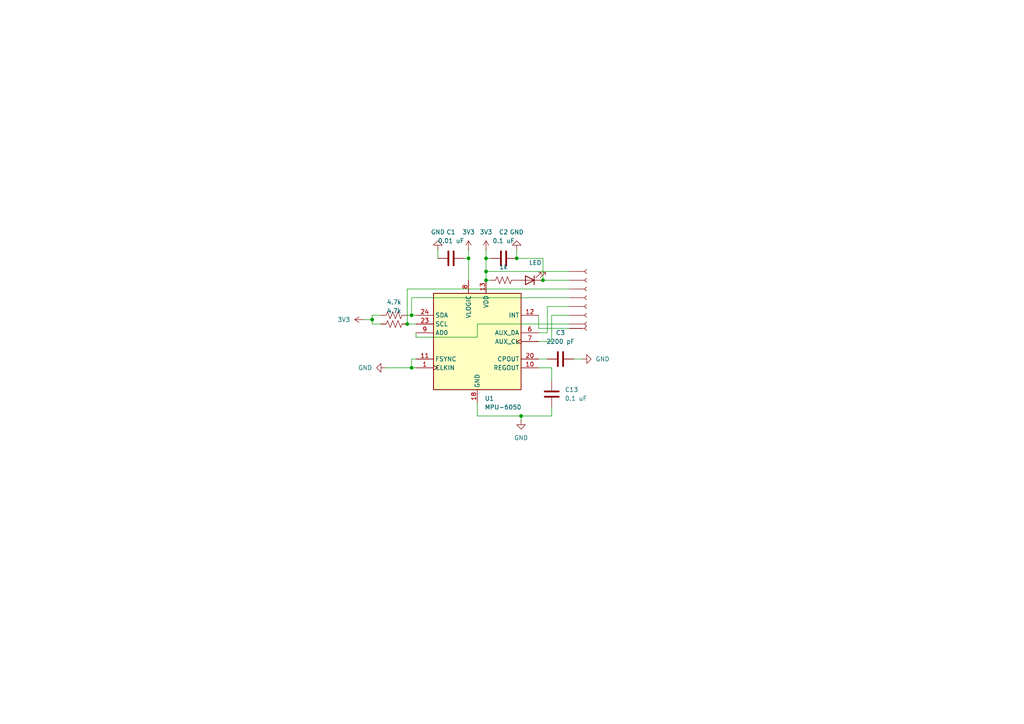
<source format=kicad_sch>
(kicad_sch (version 20250114) (generator "eeschema") (generator_version "9.0")
  (paper "A4")
  (lib_symbols
    (symbol "Conn_01x01_Socket_1" (pin_numbers (hide yes)) (pin_names (offset 1.016) (hide yes))
      (property "Reference" "J" (at 0 2.54 0))
      (property "Value" "Conn_01x01_Socket" (at 0 -2.54 0))
      (symbol "Conn_01x01_Socket_1_1_1"
        (polyline (pts (xy -1.27 0) (xy -0.508 0)) (stroke (width 0.1524)))
        (arc (start 0 -0.508) (mid -0.5058 0) (end 0 0.508) (stroke (width 0.1524)))
        (pin passive line (at -5.08 0 0) (length 3.81) (name "Pin_1") (number "1"))
      )
    )
    (symbol "Device:C" (pin_numbers (hide yes)) (pin_names (offset 0.254))
      (property "Reference" "C" (at 0.635 2.54 0))
      (property "Value" "C" (at 0.635 -2.54 0))
      (symbol "C_0_1"
        (polyline (pts (xy -2.032 0.762) (xy 2.032 0.762)) (stroke (width 0.508)))
        (polyline (pts (xy -2.032 -0.762) (xy 2.032 -0.762)) (stroke (width 0.508)))
      )
      (symbol "C_1_1"
        (pin passive line (at 0 3.81 270) (length 2.794) (name "~") (number "1"))
        (pin passive line (at 0 -3.81 90) (length 2.794) (name "~") (number "2"))
      )
    )
    (symbol "Device:LED" (pin_numbers (hide yes)) (pin_names (offset 1.016) (hide yes))
      (property "Reference" "D" (at 0 2.54 0))
      (property "Value" "LED" (at 0 -2.54 0))
      (symbol "LED_0_1"
        (polyline (pts (xy -3.048 -0.762) (xy -4.572 -2.286) (xy -3.81 -2.286) (xy -4.572 -2.286) (xy -4.572 -1.524)))
        (polyline (pts (xy -1.778 -0.762) (xy -3.302 -2.286) (xy -2.54 -2.286) (xy -3.302 -2.286) (xy -3.302 -1.524)))
        (polyline (pts (xy -1.27 0) (xy 1.27 0)))
        (polyline (pts (xy -1.27 -1.27) (xy -1.27 1.27)) (stroke (width 0.254)))
        (polyline (pts (xy 1.27 -1.27) (xy 1.27 1.27) (xy -1.27 0) (xy 1.27 -1.27)) (stroke (width 0.254)))
      )
      (symbol "LED_1_1"
        (pin passive line (at -3.81 0 0) (length 2.54) (name "K") (number "1"))
        (pin passive line (at 3.81 0 180) (length 2.54) (name "A") (number "2"))
      )
    )
    (symbol "Device:R_US" (pin_numbers (hide yes)) (pin_names (offset 0))
      (property "Reference" "R" (at 2.54 0 90))
      (property "Value" "R_US" (at -2.54 0 90))
      (symbol "R_US_0_1"
        (polyline (pts (xy 0 2.286) (xy 0 2.54)))
        (polyline (pts (xy 0 2.286) (xy 1.016 1.905) (xy 0 1.524) (xy -1.016 1.143) (xy 0 0.762)))
        (polyline (pts (xy 0 0.762) (xy 1.016 0.381) (xy 0 0) (xy -1.016 -0.381) (xy 0 -0.762)))
        (polyline (pts (xy 0 -0.762) (xy 1.016 -1.143) (xy 0 -1.524) (xy -1.016 -1.905) (xy 0 -2.286)))
        (polyline (pts (xy 0 -2.286) (xy 0 -2.54)))
      )
      (symbol "R_US_1_1"
        (pin passive line (at 0 3.81 270) (length 1.27) (name "~") (number "1"))
        (pin passive line (at 0 -3.81 90) (length 1.27) (name "~") (number "2"))
      )
    )
    (symbol "R_US_1" (pin_numbers (hide yes)) (pin_names (offset 0))
      (property "Reference" "R" (at 2.54 0 90))
      (property "Value" "R_US" (at -2.54 0 90))
      (symbol "R_US_1_0_1"
        (polyline (pts (xy 0 2.286) (xy 0 2.54)))
        (polyline (pts (xy 0 2.286) (xy 1.016 1.905) (xy 0 1.524) (xy -1.016 1.143) (xy 0 0.762)))
        (polyline (pts (xy 0 0.762) (xy 1.016 0.381) (xy 0 0) (xy -1.016 -0.381) (xy 0 -0.762)))
        (polyline (pts (xy 0 -0.762) (xy 1.016 -1.143) (xy 0 -1.524) (xy -1.016 -1.905) (xy 0 -2.286)))
        (polyline (pts (xy 0 -2.286) (xy 0 -2.54)))
      )
      (symbol "R_US_1_1_1"
        (pin passive line (at 0 3.81 270) (length 1.27) (name "~") (number "1"))
        (pin passive line (at 0 -3.81 90) (length 1.27) (name "~") (number "2"))
      )
    )
    (symbol "Sensor_Motion:MPU-6050"
      (property "Reference" "U" (at -11.43 13.97 0))
      (property "Value" "MPU-6050" (at 7.62 -15.24 0))
      (symbol "MPU-6050_0_0"
        (text "" (at 12.7 -2.54 0) (effects (font (size 1.27 1.27))))
      )
      (symbol "MPU-6050_0_1"
        (rectangle (start -12.7 13.97) (end 12.7 -13.97) (stroke (width 0.254)) (fill (type background)))
      )
      (symbol "MPU-6050_1_1"
        (pin bidirectional line (at -17.78 7.62 0) (length 5.08) (name "SDA") (number "24"))
        (pin input line (at -17.78 5.08 0) (length 5.08) (name "SCL") (number "23"))
        (pin input line (at -17.78 2.54 0) (length 5.08) (name "AD0") (number "9"))
        (pin input line (at -17.78 -5.08 0) (length 5.08) (name "FSYNC") (number "11"))
        (pin input clock (at -17.78 -7.62 0) (length 5.08) (name "CLKIN") (number "1"))
        (pin no_connect line (at -12.7 12.7 0) (length 2.54) (hide yes) (name "NC") (number "2"))
        (pin no_connect line (at -12.7 10.16 0) (length 2.54) (hide yes) (name "NC") (number "3"))
        (pin no_connect line (at -12.7 0 0) (length 2.54) (hide yes) (name "NC") (number "4"))
        (pin no_connect line (at -12.7 -2.54 0) (length 2.54) (hide yes) (name "NC") (number "5"))
        (pin no_connect line (at -12.7 -10.16 0) (length 2.54) (hide yes) (name "NC") (number "14"))
        (pin power_in line (at -2.54 17.78 270) (length 3.81) (name "VLOGIC") (number "8"))
        (pin power_in line (at 0 -17.78 90) (length 3.81) (name "GND") (number "18"))
        (pin power_in line (at 2.54 17.78 270) (length 3.81) (name "VDD") (number "13"))
        (pin no_connect line (at 12.7 12.7 180) (length 2.54) (hide yes) (name "NC") (number "15"))
        (pin no_connect line (at 12.7 10.16 180) (length 2.54) (hide yes) (name "NC") (number "16"))
        (pin no_connect line (at 12.7 5.08 180) (length 2.54) (hide yes) (name "NC") (number "17"))
        (pin no_connect line (at 12.7 -2.54 180) (length 2.54) (hide yes) (name "RESV") (number "21"))
        (pin no_connect line (at 12.7 -10.16 180) (length 2.54) (hide yes) (name "RESV") (number "19"))
        (pin no_connect line (at 12.7 -12.7 180) (length 2.54) (hide yes) (name "RESV") (number "22"))
        (pin output line (at 17.78 7.62 180) (length 5.08) (name "INT") (number "12"))
        (pin bidirectional line (at 17.78 2.54 180) (length 5.08) (name "AUX_DA") (number "6"))
        (pin output clock (at 17.78 0 180) (length 5.08) (name "AUX_CL") (number "7"))
        (pin passive line (at 17.78 -5.08 180) (length 5.08) (name "CPOUT") (number "20"))
        (pin passive line (at 17.78 -7.62 180) (length 5.08) (name "REGOUT") (number "10"))
      )
    )
    (symbol "power:GND" (power) (pin_numbers (hide yes)) (pin_names (offset 0) (hide yes))
      (property "Value" "GND" (at 0 -3.81 0))
      (symbol "GND_0_1"
        (polyline (pts (xy 0 0) (xy 0 -1.27) (xy 1.27 -1.27) (xy 0 -2.54) (xy -1.27 -1.27) (xy 0 -1.27)))
      )
      (symbol "GND_1_1"
        (pin power_in line (at 0 0 270) (length 0) (name "~") (number "1"))
      )
    )
    (symbol "power:VAA" (power) (pin_numbers (hide yes)) (pin_names (offset 0) (hide yes))
      (property "Value" "VAA" (at 0 3.556 0))
      (symbol "VAA_0_1"
        (polyline (pts (xy -0.762 1.27) (xy 0 2.54)))
        (polyline (pts (xy 0 2.54) (xy 0.762 1.27)))
        (polyline (pts (xy 0 0) (xy 0 2.54)))
      )
      (symbol "VAA_1_1"
        (pin power_in line (at 0 0 90) (length 0) (name "~") (number "1"))
      )
    )
  )
  (junction (at 119.38 106.68))
  (junction (at 140.97 78.74))
  (junction (at 107.95 92.71))
  (junction (at 157.48 81.28))
  (junction (at 119.38 91.44))
  (junction (at 140.97 74.93))
  (junction (at 140.97 81.28))
  (junction (at 149.86 74.93))
  (junction (at 151.13 120.65))
  (junction (at 135.89 74.93))
  (junction (at 118.11 93.98))
  (wire (pts (xy 119.38 106.68) (xy 120.65 106.68)))
  (wire (pts (xy 156.21 95.25) (xy 165.1 95.25)))
  (wire (pts (xy 157.48 81.28) (xy 165.1 81.28)))
  (wire (pts (xy 138.43 116.84) (xy 138.43 120.65)))
  (wire (pts (xy 160.02 91.44) (xy 165.1 91.44)))
  (wire (pts (xy 160.02 118.11) (xy 160.02 120.65)))
  (wire (pts (xy 120.65 104.14) (xy 119.38 104.14)))
  (wire (pts (xy 157.48 74.93) (xy 157.48 81.28)))
  (wire (pts (xy 138.43 97.79) (xy 138.43 93.98)))
  (wire (pts (xy 140.97 78.74) (xy 165.1 78.74)))
  (wire (pts (xy 135.89 72.39) (xy 135.89 74.93)))
  (wire (pts (xy 111.76 106.68) (xy 119.38 106.68)))
  (wire (pts (xy 160.02 120.65) (xy 151.13 120.65)))
  (wire (pts (xy 140.97 74.93) (xy 142.24 74.93)))
  (wire (pts (xy 120.65 97.79) (xy 138.43 97.79)))
  (wire (pts (xy 160.02 110.49) (xy 160.02 106.68)))
  (wire (pts (xy 140.97 81.28) (xy 142.24 81.28)))
  (wire (pts (xy 149.86 72.39) (xy 149.86 74.93)))
  (wire (pts (xy 156.21 104.14) (xy 158.75 104.14)))
  (wire (pts (xy 138.43 120.65) (xy 151.13 120.65)))
  (wire (pts (xy 119.38 91.44) (xy 119.38 86.36)))
  (wire (pts (xy 118.11 91.44) (xy 119.38 91.44)))
  (wire (pts (xy 105.41 92.71) (xy 107.95 92.71)))
  (wire (pts (xy 140.97 78.74) (xy 140.97 81.28)))
  (wire (pts (xy 118.11 83.82) (xy 165.1 83.82)))
  (wire (pts (xy 151.13 121.92) (xy 151.13 120.65)))
  (wire (pts (xy 118.11 93.98) (xy 120.65 93.98)))
  (wire (pts (xy 127 72.39) (xy 127 74.93)))
  (wire (pts (xy 135.89 74.93) (xy 135.89 81.28)))
  (wire (pts (xy 166.37 104.14) (xy 168.91 104.14)))
  (wire (pts (xy 107.95 92.71) (xy 107.95 93.98)))
  (wire (pts (xy 120.65 96.52) (xy 120.65 97.79)))
  (wire (pts (xy 156.21 99.06) (xy 160.02 99.06)))
  (wire (pts (xy 158.75 96.52) (xy 158.75 88.9)))
  (wire (pts (xy 158.75 88.9) (xy 165.1 88.9)))
  (wire (pts (xy 107.95 91.44) (xy 107.95 92.71)))
  (wire (pts (xy 110.49 91.44) (xy 107.95 91.44)))
  (wire (pts (xy 119.38 91.44) (xy 120.65 91.44)))
  (wire (pts (xy 119.38 104.14) (xy 119.38 106.68)))
  (wire (pts (xy 119.38 86.36) (xy 165.1 86.36)))
  (wire (pts (xy 156.21 106.68) (xy 160.02 106.68)))
  (wire (pts (xy 140.97 72.39) (xy 140.97 74.93)))
  (wire (pts (xy 160.02 99.06) (xy 160.02 91.44)))
  (wire (pts (xy 156.21 91.44) (xy 156.21 95.25)))
  (wire (pts (xy 156.21 96.52) (xy 158.75 96.52)))
  (wire (pts (xy 134.62 74.93) (xy 135.89 74.93)))
  (wire (pts (xy 140.97 74.93) (xy 140.97 78.74)))
  (wire (pts (xy 138.43 93.98) (xy 165.1 93.98)))
  (wire (pts (xy 118.11 83.82) (xy 118.11 93.98)))
  (wire (pts (xy 107.95 93.98) (xy 110.49 93.98)))
  (wire (pts (xy 157.48 74.93) (xy 149.86 74.93)))
  (symbol (lib_id "power:VAA") (at 135.89 72.39 0) (unit 1)
    (property "Reference" "#PWR02" (effects (hide yes)))
    (property "Value" "3V3" (at 135.89 67.31 0))
    (property "Description" "Power symbol creates a global label with name \"VAA\"" (effects (hide yes)))
  )
  (symbol (lib_id "Device:C") (at 130.81 74.93 90) (unit 1)
    (property "Reference" "C1" (at 130.81 67.31 90))
    (property "Value" "0.01 uF" (at 130.81 69.85 90))
    (property "Footprint" "Capacitor_SMD:C_0805_2012Metric" (effects (hide yes)))
    (property "Description" "Unpolarized capacitor" (effects (hide yes)))
  )
  (symbol (lib_name "Conn_01x01_Socket_1") (lib_id "Connector:Conn_01x01_Socket") (at 170.18 93.98 0) (unit 1)
    (property "Reference" "J7" (effects (hide yes)))
    (property "Value" "Conn_01x01_Socket" (effects (hide yes)))
    (property "Footprint" "Connector_PinSocket_2.54mm:PinSocket_1x01_P2.54mm_Vertical" (effects (hide yes)))
    (property "Description" "Generic connector, single row, 01x01, script generated" (effects (hide yes)))
  )
  (symbol (lib_id "power:GND") (at 111.76 106.68 270) (unit 1)
    (property "Reference" "#PWR01" (effects (hide yes)))
    (property "Value" "GND" (at 107.95 106.6799 90) (effects (justify right)))
    (property "Description" "Power symbol creates a global label with name \"GND\" , ground" (effects (hide yes)))
  )
  (symbol (lib_id "Sensor_Motion:MPU-6050") (at 138.43 99.06 0) (unit 1)
    (property "Reference" "U1" (at 140.5733 115.57 0) (effects (justify left)))
    (property "Value" "MPU-6050" (at 140.5733 118.11 0) (effects (justify left)))
    (property "Footprint" "Sensor_Motion:InvenSense_QFN-24_4x4mm_P0.5mm" (effects (hide yes)))
    (property "Datasheet" "https://invensense.tdk.com/wp-content/uploads/2015/02/MPU-6000-Datasheet1.pdf" (effects (hide yes)))
    (property "Description" "InvenSense 6-Axis Motion Sensor, Gyroscope, Accelerometer, I2C" (effects (hide yes)))
  )
  (symbol (lib_id "power:GND") (at 151.13 121.92 0) (unit 1)
    (property "Reference" "#PWR04" (effects (hide yes)))
    (property "Value" "GND" (at 151.13 127 0))
    (property "Description" "Power symbol creates a global label with name \"GND\" , ground" (effects (hide yes)))
  )
  (symbol (lib_id "Device:R_US") (at 114.3 93.98 90) (unit 1)
    (property "Reference" "R2" (effects (hide yes)))
    (property "Value" "4.7k" (at 114.3 90.17 90))
    (property "Footprint" "Resistor_SMD:R_0805_2012Metric" (effects (hide yes)))
    (property "Description" "Resistor, US symbol" (effects (hide yes)))
  )
  (symbol (lib_id "Device:C") (at 162.56 104.14 270) (unit 1)
    (property "Reference" "C3" (at 162.56 96.52 90))
    (property "Value" "2200 pF" (at 162.56 99.06 90))
    (property "Footprint" "Capacitor_SMD:C_0805_2012Metric" (effects (hide yes)))
    (property "Description" "Unpolarized capacitor" (effects (hide yes)))
  )
  (symbol (lib_name "R_US_1") (lib_id "Device:R_US") (at 114.3 91.44 90) (unit 1)
    (property "Reference" "R1" (effects (hide yes)))
    (property "Value" "4.7k" (at 114.3 87.63 90))
    (property "Footprint" "Resistor_SMD:R_0805_2012Metric" (effects (hide yes)))
    (property "Description" "Resistor, US symbol" (effects (hide yes)))
  )
  (symbol (lib_id "Device:C") (at 160.02 114.3 180) (unit 1)
    (property "Reference" "C13" (at 163.83 113.0299 0) (effects (justify right)))
    (property "Value" "0.1 uF" (at 163.83 115.5699 0) (effects (justify right)))
    (property "Footprint" "Capacitor_SMD:C_0805_2012Metric" (effects (hide yes)))
    (property "Description" "Unpolarized capacitor" (effects (hide yes)))
  )
  (symbol (lib_id "power:GND") (at 149.86 72.39 0) (mirror x) (unit 1)
    (property "Reference" "#PWR06" (effects (hide yes)))
    (property "Value" "GND" (at 149.86 67.31 0))
    (property "Description" "Power symbol creates a global label with name \"GND\" , ground" (effects (hide yes)))
  )
  (symbol (lib_name "Conn_01x01_Socket_1") (lib_id "Connector:Conn_01x01_Socket") (at 170.18 81.28 0) (unit 1)
    (property "Reference" "J1" (effects (hide yes)))
    (property "Value" "Conn_01x01_Socket" (effects (hide yes)))
    (property "Footprint" "Connector_PinSocket_2.54mm:PinSocket_1x01_P2.54mm_Vertical" (effects (hide yes)))
    (property "Description" "Generic connector, single row, 01x01, script generated" (effects (hide yes)))
  )
  (symbol (lib_id "Device:C") (at 146.05 74.93 270) (mirror x) (unit 1)
    (property "Reference" "C2" (at 146.05 67.31 90))
    (property "Value" "0.1 uF" (at 146.05 69.85 90))
    (property "Footprint" "Capacitor_SMD:C_0805_2012Metric" (effects (hide yes)))
    (property "Description" "Unpolarized capacitor" (effects (hide yes)))
  )
  (symbol (lib_id "Device:LED") (at 153.67 81.28 180) (unit 1)
    (property "Reference" "D1" (effects (hide yes)))
    (property "Value" "LED" (at 155.2575 76.2 0))
    (property "Footprint" "LED_SMD:LED_0805_2012Metric" (effects (hide yes)))
    (property "Description" "Light emitting diode" (effects (hide yes)))
    (property "Sim.Pins" "1=K 2=A" (effects (hide yes)))
  )
  (symbol (lib_name "Conn_01x01_Socket_1") (lib_id "Connector:Conn_01x01_Socket") (at 170.18 91.44 0) (unit 1)
    (property "Reference" "J6" (effects (hide yes)))
    (property "Value" "Conn_01x01_Socket" (effects (hide yes)))
    (property "Footprint" "Connector_PinSocket_2.54mm:PinSocket_1x01_P2.54mm_Vertical" (effects (hide yes)))
    (property "Description" "Generic connector, single row, 01x01, script generated" (effects (hide yes)))
  )
  (symbol (lib_name "R_US_1") (lib_id "Device:R_US") (at 146.05 81.28 90) (unit 1)
    (property "Reference" "R3" (effects (hide yes)))
    (property "Value" "1k" (at 146.05 77.47 90))
    (property "Footprint" "Resistor_SMD:R_0805_2012Metric" (effects (hide yes)))
    (property "Description" "Resistor, US symbol" (effects (hide yes)))
  )
  (symbol (lib_name "Conn_01x01_Socket_1") (lib_id "Connector:Conn_01x01_Socket") (at 170.18 86.36 0) (unit 1)
    (property "Reference" "J4" (effects (hide yes)))
    (property "Value" "Conn_01x01_Socket" (effects (hide yes)))
    (property "Footprint" "Connector_PinSocket_2.54mm:PinSocket_1x01_P2.54mm_Vertical" (effects (hide yes)))
    (property "Description" "Generic connector, single row, 01x01, script generated" (effects (hide yes)))
  )
  (symbol (lib_name "Conn_01x01_Socket_1") (lib_id "Connector:Conn_01x01_Socket") (at 170.18 83.82 0) (unit 1)
    (property "Reference" "J3" (effects (hide yes)))
    (property "Value" "Conn_01x01_Socket" (effects (hide yes)))
    (property "Footprint" "Connector_PinSocket_2.54mm:PinSocket_1x01_P2.54mm_Vertical" (effects (hide yes)))
    (property "Description" "Generic connector, single row, 01x01, script generated" (effects (hide yes)))
  )
  (symbol (lib_id "power:VAA") (at 105.41 92.71 90) (unit 1)
    (property "Reference" "#PWR08" (effects (hide yes)))
    (property "Value" "3V3" (at 101.6 92.7099 90) (effects (justify left)))
    (property "Description" "Power symbol creates a global label with name \"VAA\"" (effects (hide yes)))
  )
  (symbol (lib_name "Conn_01x01_Socket_1") (lib_id "Connector:Conn_01x01_Socket") (at 170.18 95.25 0) (unit 1)
    (property "Reference" "J8" (effects (hide yes)))
    (property "Value" "Conn_01x01_Socket" (effects (hide yes)))
    (property "Footprint" "Connector_PinSocket_2.54mm:PinSocket_1x01_P2.54mm_Vertical" (effects (hide yes)))
    (property "Description" "Generic connector, single row, 01x01, script generated" (effects (hide yes)))
  )
  (symbol (lib_id "power:GND") (at 127 72.39 180) (unit 1)
    (property "Reference" "#PWR03" (effects (hide yes)))
    (property "Value" "GND" (at 127 67.31 0))
    (property "Description" "Power symbol creates a global label with name \"GND\" , ground" (effects (hide yes)))
  )
  (symbol (lib_id "power:VAA") (at 140.97 72.39 0) (unit 1)
    (property "Reference" "#PWR05" (effects (hide yes)))
    (property "Value" "3V3" (at 140.97 67.31 0))
    (property "Description" "Power symbol creates a global label with name \"VAA\"" (effects (hide yes)))
  )
  (symbol (lib_name "Conn_01x01_Socket_1") (lib_id "Connector:Conn_01x01_Socket") (at 170.18 78.74 0) (unit 1)
    (property "Reference" "J2" (effects (hide yes)))
    (property "Value" "Conn_01x01_Socket" (effects (hide yes)))
    (property "Footprint" "Connector_PinSocket_2.54mm:PinSocket_1x01_P2.54mm_Vertical" (effects (hide yes)))
    (property "Description" "Generic connector, single row, 01x01, script generated" (effects (hide yes)))
  )
  (symbol (lib_name "Conn_01x01_Socket_1") (lib_id "Connector:Conn_01x01_Socket") (at 170.18 88.9 0) (unit 1)
    (property "Reference" "J5" (effects (hide yes)))
    (property "Value" "Conn_01x01_Socket" (effects (hide yes)))
    (property "Footprint" "Connector_PinSocket_2.54mm:PinSocket_1x01_P2.54mm_Vertical" (effects (hide yes)))
    (property "Description" "Generic connector, single row, 01x01, script generated" (effects (hide yes)))
  )
  (symbol (lib_id "power:GND") (at 168.91 104.14 90) (unit 1)
    (property "Reference" "#PWR07" (effects (hide yes)))
    (property "Value" "GND" (at 172.72 104.1399 90) (effects (justify right)))
    (property "Description" "Power symbol creates a global label with name \"GND\" , ground" (effects (hide yes)))
  )
)
</source>
